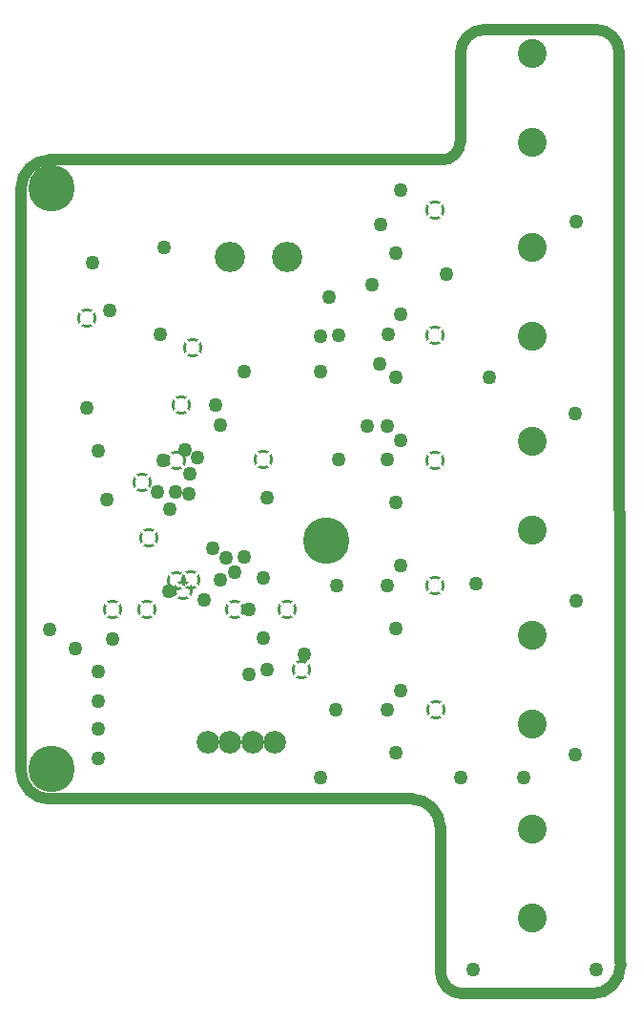
<source format=gbr>
%TF.GenerationSoftware,Altium Limited,Altium Designer,20.1.12 (249)*%
G04 Layer_Physical_Order=3*
G04 Layer_Color=128*
%FSLAX26Y26*%
%MOIN*%
%TF.SameCoordinates,D7814EA1-E16B-4454-910B-2193EC0156EE*%
%TF.FilePolarity,Negative*%
%TF.FileFunction,Copper,L3,Inr,Plane*%
%TF.Part,Single*%
G01*
G75*
%TA.AperFunction,NonConductor*%
%ADD40C,0.040000*%
%TA.AperFunction,ViaPad*%
%ADD41C,0.162047*%
%TA.AperFunction,ComponentPad*%
%ADD42C,0.079370*%
%ADD44C,0.101024*%
%ADD45C,0.106142*%
%TA.AperFunction,ViaPad*%
%ADD46C,0.050000*%
G04:AMPARAMS|DCode=47|XSize=70mil|YSize=70mil|CornerRadius=0mil|HoleSize=0mil|Usage=FLASHONLY|Rotation=0.000|XOffset=0mil|YOffset=0mil|HoleType=Round|Shape=Relief|Width=10mil|Gap=10mil|Entries=4|*
%AMTHD47*
7,0,0,0.070000,0.050000,0.010000,45*
%
%ADD47THD47*%
D40*
X1480000Y590000D02*
G03*
X1380000Y690000I-100000J0D01*
G01*
X1480000Y90000D02*
G03*
X1560000Y10000I80000J0D01*
G01*
X2010000D02*
G03*
X2110000Y110000I0J100000D01*
G01*
X2105119Y3295000D02*
G03*
X2025119Y3375000I-80000J0D01*
G01*
X1635000Y3375000D02*
G03*
X1550000Y3290000I-1J-84999D01*
G01*
X1485000Y2920000D02*
G03*
X1550000Y2985000I0J65000D01*
G01*
X115000Y2920000D02*
G03*
X15000Y2820000I-1J-99999D01*
G01*
X15000Y790000D02*
G03*
X115000Y690000I99999J-1D01*
G01*
X115000D02*
X1380000D01*
X15000Y2820000D02*
X15000Y790000D01*
X115000Y2920000D02*
X1445000Y2920000D01*
X1485000D01*
X1550000Y3290000D02*
X1550000Y2985000D01*
X1635000Y3375000D02*
X2000000D01*
X2025119Y3375000D01*
X2105119Y3295000D02*
X2109837Y120000D01*
X2110000Y110000D01*
X1560000Y10000D02*
X2010000D01*
X1480000Y90000D02*
Y590000D01*
D41*
X1080000Y1590000D02*
D03*
X120000Y795000D02*
D03*
Y2820000D02*
D03*
D42*
X824370Y886654D02*
D03*
X745630D02*
D03*
X666890D02*
D03*
X903110D02*
D03*
D44*
X1800000Y1262274D02*
D03*
Y951250D02*
D03*
Y1938524D02*
D03*
Y1627500D02*
D03*
Y2614774D02*
D03*
Y2303750D02*
D03*
Y3291024D02*
D03*
Y2980000D02*
D03*
Y586024D02*
D03*
Y275000D02*
D03*
D45*
X745000Y2582018D02*
D03*
X945000D02*
D03*
D46*
X500000Y2310000D02*
D03*
X512349Y1872349D02*
D03*
X695000Y2065000D02*
D03*
X1325000Y2595000D02*
D03*
X655000Y1385000D02*
D03*
X315000Y1735000D02*
D03*
X490000Y1760000D02*
D03*
X555000D02*
D03*
X1119427Y1436250D02*
D03*
X1500000Y2520000D02*
D03*
X1955000Y1380000D02*
D03*
X730000Y1530000D02*
D03*
X760000Y1480000D02*
D03*
X605000Y1825000D02*
D03*
X2025000Y95000D02*
D03*
X1950000Y845000D02*
D03*
X685000Y1565000D02*
D03*
X1950000Y2035000D02*
D03*
X1955000Y2705000D02*
D03*
X795000Y1535000D02*
D03*
X1770000Y765000D02*
D03*
X1550000D02*
D03*
X1595000Y95000D02*
D03*
X1060000Y765000D02*
D03*
X1605000Y1440000D02*
D03*
X1650000Y2160000D02*
D03*
X795000Y2180000D02*
D03*
X1268750Y2208750D02*
D03*
X1060000Y2180000D02*
D03*
X1125355Y2307105D02*
D03*
X1060000Y2305000D02*
D03*
X1090000Y2440000D02*
D03*
X600000Y1755000D02*
D03*
X1270000Y2695000D02*
D03*
X1240000Y2485000D02*
D03*
X515000Y2615000D02*
D03*
X265000Y2560000D02*
D03*
X325000Y2395000D02*
D03*
X205000Y1215000D02*
D03*
X115000Y1280000D02*
D03*
X285000Y1905000D02*
D03*
X875000Y1740000D02*
D03*
Y1140000D02*
D03*
X1005000Y1195000D02*
D03*
X335591Y1249409D02*
D03*
X530404Y1414597D02*
D03*
X285000Y830000D02*
D03*
Y935000D02*
D03*
Y1030000D02*
D03*
Y1135000D02*
D03*
X535000Y1700000D02*
D03*
X589313Y1909062D02*
D03*
X710000Y1995000D02*
D03*
X630000Y1880000D02*
D03*
X710000Y1455000D02*
D03*
X860000Y1460000D02*
D03*
Y1250000D02*
D03*
X810000Y1350000D02*
D03*
Y1125000D02*
D03*
X245000Y2054183D02*
D03*
X1295000Y1990000D02*
D03*
X1225000D02*
D03*
X1296875Y2310000D02*
D03*
X1295000Y1435000D02*
D03*
X1296562Y1875000D02*
D03*
X1125000D02*
D03*
X1115000Y1000000D02*
D03*
X1295000D02*
D03*
X1324527Y2160000D02*
D03*
Y1725000D02*
D03*
Y1285000D02*
D03*
Y850000D02*
D03*
X1340000Y1066900D02*
D03*
Y1505000D02*
D03*
Y1940000D02*
D03*
Y2380000D02*
D03*
Y2815000D02*
D03*
D47*
X575000Y2065000D02*
D03*
X436620Y1795961D02*
D03*
X615000Y2265000D02*
D03*
X860000Y1875000D02*
D03*
X995000Y1140000D02*
D03*
X945000Y1350000D02*
D03*
X335591Y1351772D02*
D03*
X454409Y1350591D02*
D03*
X608386Y1455000D02*
D03*
X557205Y1452795D02*
D03*
X582795Y1417795D02*
D03*
X460000Y1600000D02*
D03*
X557230Y1870713D02*
D03*
X760000Y1350000D02*
D03*
X245000Y2369183D02*
D03*
X1461705Y2745000D02*
D03*
Y2308750D02*
D03*
Y1873100D02*
D03*
Y1436250D02*
D03*
X1465000Y1000000D02*
D03*
%TF.MD5,fe1baf317b6d70b92d5d6ba36371e82c*%
M02*

</source>
